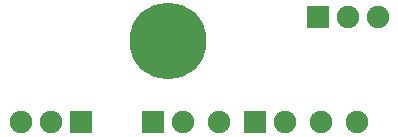
<source format=gbs>
G04 (created by PCBNEW-RS274X (2011-03-30 BZR 2932)-stable) date 29/05/2011 23:50:55*
G01*
G70*
G90*
%MOIN*%
G04 Gerber Fmt 3.4, Leading zero omitted, Abs format*
%FSLAX34Y34*%
G04 APERTURE LIST*
%ADD10C,0.006000*%
%ADD11R,0.075000X0.075000*%
%ADD12C,0.075000*%
%ADD13O,0.075000X0.075000*%
%ADD14C,0.256200*%
G04 APERTURE END LIST*
G54D10*
G54D11*
X62600Y-56300D03*
G54D12*
X63600Y-56300D03*
G54D13*
X69400Y-56300D03*
X68200Y-56300D03*
X64800Y-56300D03*
G54D11*
X66000Y-56300D03*
G54D12*
X67000Y-56300D03*
G54D11*
X68100Y-52800D03*
G54D12*
X69100Y-52800D03*
X70100Y-52800D03*
G54D11*
X60200Y-56300D03*
G54D12*
X59200Y-56300D03*
X58200Y-56300D03*
G54D14*
X63100Y-53600D03*
M02*

</source>
